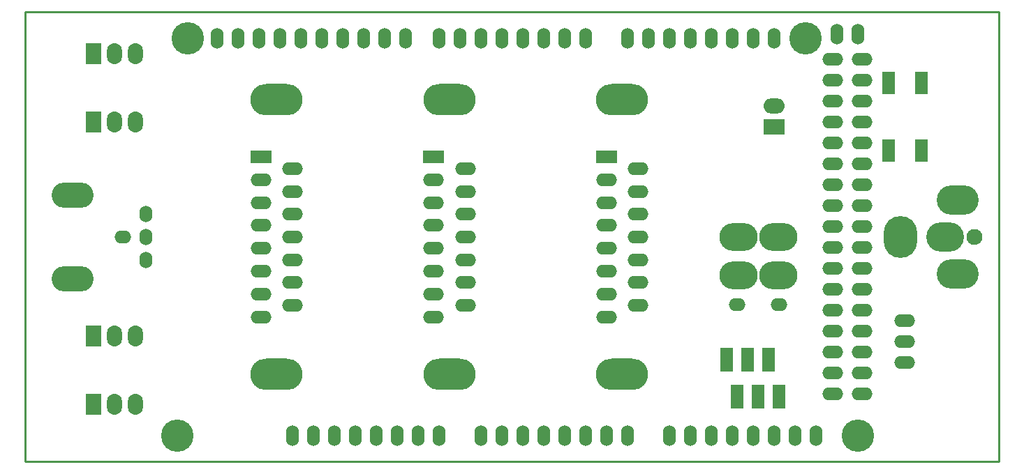
<source format=gts>
G04 #@! TF.FileFunction,Soldermask,Top*
%FSLAX46Y46*%
G04 Gerber Fmt 4.6, Leading zero omitted, Abs format (unit mm)*
G04 Created by KiCad (PCBNEW 0.201508100901+6080~28~ubuntu14.04.1-product) date Mon 10 Aug 2015 02:14:21 PM EDT*
%MOMM*%
G01*
G04 APERTURE LIST*
%ADD10C,0.100000*%
%ADD11C,0.228600*%
%ADD12O,1.854200X2.540000*%
%ADD13R,1.854200X2.540000*%
%ADD14R,1.590040X2.667000*%
%ADD15C,1.930400*%
%ADD16O,4.572000X3.556000*%
%ADD17O,4.064000X5.080000*%
%ADD18O,5.080000X3.556000*%
%ADD19O,2.540000X1.524000*%
%ADD20C,3.937000*%
%ADD21O,1.524000X2.540000*%
%ADD22O,6.350000X3.810000*%
%ADD23R,2.540000X1.524000*%
%ADD24R,1.498600X2.997200*%
%ADD25O,2.540000X1.854200*%
%ADD26R,2.540000X1.854200*%
%ADD27O,5.080000X3.048000*%
%ADD28O,2.032000X1.524000*%
%ADD29O,1.524000X2.032000*%
%ADD30O,4.648200X3.378200*%
G04 APERTURE END LIST*
D10*
D11*
X211455000Y-75565000D02*
X93345000Y-75565000D01*
X211455000Y-130175000D02*
X211455000Y-75565000D01*
X93345000Y-130175000D02*
X211455000Y-130175000D01*
X93345000Y-75565000D02*
X93345000Y-130175000D01*
D12*
X104140000Y-123190000D03*
X106680000Y-123190000D03*
D13*
X101600000Y-123190000D03*
D14*
X198026020Y-84137500D03*
X198026020Y-92392500D03*
X202023980Y-84137500D03*
X202023980Y-92392500D03*
D15*
X208457800Y-102870000D03*
D16*
X204952600Y-102870000D03*
D17*
X199466200Y-102870000D03*
D18*
X206451200Y-98374200D03*
X206451200Y-107365800D03*
D19*
X200025000Y-115570000D03*
X200025000Y-118110000D03*
X200025000Y-113030000D03*
D20*
X111760000Y-127000000D03*
X113030000Y-78740000D03*
X194310000Y-127000000D03*
X187960000Y-78740000D03*
D21*
X125730000Y-127000000D03*
X128270000Y-127000000D03*
X130810000Y-127000000D03*
X133350000Y-127000000D03*
X135890000Y-127000000D03*
X138430000Y-127000000D03*
X140970000Y-127000000D03*
X143510000Y-127000000D03*
X148590000Y-127000000D03*
X151130000Y-127000000D03*
X153670000Y-127000000D03*
X156210000Y-127000000D03*
X158750000Y-127000000D03*
X161290000Y-127000000D03*
X163830000Y-127000000D03*
X166370000Y-127000000D03*
X171450000Y-127000000D03*
X173990000Y-127000000D03*
X176530000Y-127000000D03*
X179070000Y-127000000D03*
X181610000Y-127000000D03*
X184150000Y-127000000D03*
X186690000Y-127000000D03*
X189230000Y-127000000D03*
X116586000Y-78740000D03*
X119126000Y-78740000D03*
X121666000Y-78740000D03*
X124206000Y-78740000D03*
X126746000Y-78740000D03*
X129286000Y-78740000D03*
X131826000Y-78740000D03*
X134366000Y-78740000D03*
X136906000Y-78740000D03*
X139446000Y-78740000D03*
X143510000Y-78740000D03*
X161290000Y-78740000D03*
X158750000Y-78740000D03*
X156210000Y-78740000D03*
X153670000Y-78740000D03*
X151130000Y-78740000D03*
X148590000Y-78740000D03*
X146050000Y-78740000D03*
X166370000Y-78740000D03*
X168910000Y-78740000D03*
X171450000Y-78740000D03*
X173990000Y-78740000D03*
X176530000Y-78740000D03*
X179070000Y-78740000D03*
X181610000Y-78740000D03*
X184150000Y-78740000D03*
X191770000Y-78232000D03*
X194310000Y-78232000D03*
D19*
X191262000Y-81280000D03*
X194818000Y-81280000D03*
X191262000Y-83820000D03*
X194818000Y-83820000D03*
X191262000Y-86360000D03*
X194818000Y-86360000D03*
X191262000Y-88900000D03*
X194818000Y-88900000D03*
X191262000Y-91440000D03*
X194818000Y-91440000D03*
X191262000Y-93980000D03*
X194818000Y-93980000D03*
X191262000Y-96520000D03*
X194818000Y-96520000D03*
X191262000Y-99060000D03*
X194818000Y-99060000D03*
X191262000Y-101600000D03*
X194818000Y-101600000D03*
X191262000Y-104140000D03*
X194818000Y-104140000D03*
X191262000Y-106680000D03*
X194818000Y-106680000D03*
X191262000Y-109220000D03*
X194818000Y-109220000D03*
X191262000Y-111760000D03*
X194818000Y-111760000D03*
X191262000Y-114300000D03*
X194818000Y-114300000D03*
X191262000Y-116840000D03*
X194818000Y-116840000D03*
X191262000Y-119380000D03*
X194818000Y-119380000D03*
X191262000Y-121920000D03*
X194818000Y-121920000D03*
D22*
X123825000Y-119532400D03*
X123825000Y-86207600D03*
D19*
X121897140Y-112572800D03*
X121897140Y-109804200D03*
X121897140Y-107035600D03*
X121897140Y-104267000D03*
X121897140Y-101473000D03*
X121897140Y-98704400D03*
X121897140Y-95935800D03*
D23*
X121897140Y-93167200D03*
D19*
X125752860Y-111175800D03*
X125752860Y-108407200D03*
X125752860Y-105638600D03*
X125752860Y-102870000D03*
X125752860Y-100101400D03*
X125752860Y-97332800D03*
X125752860Y-94564200D03*
D22*
X144780000Y-119532400D03*
X144780000Y-86207600D03*
D19*
X142852140Y-112572800D03*
X142852140Y-109804200D03*
X142852140Y-107035600D03*
X142852140Y-104267000D03*
X142852140Y-101473000D03*
X142852140Y-98704400D03*
X142852140Y-95935800D03*
D23*
X142852140Y-93167200D03*
D19*
X146707860Y-111175800D03*
X146707860Y-108407200D03*
X146707860Y-105638600D03*
X146707860Y-102870000D03*
X146707860Y-100101400D03*
X146707860Y-97332800D03*
X146707860Y-94564200D03*
D22*
X165735000Y-119532400D03*
X165735000Y-86207600D03*
D19*
X163807140Y-112572800D03*
X163807140Y-109804200D03*
X163807140Y-107035600D03*
X163807140Y-104267000D03*
X163807140Y-101473000D03*
X163807140Y-98704400D03*
X163807140Y-95935800D03*
D23*
X163807140Y-93167200D03*
D19*
X167662860Y-111175800D03*
X167662860Y-108407200D03*
X167662860Y-105638600D03*
X167662860Y-102870000D03*
X167662860Y-100101400D03*
X167662860Y-97332800D03*
X167662860Y-94564200D03*
D12*
X104140000Y-80645000D03*
X106680000Y-80645000D03*
D13*
X101600000Y-80645000D03*
D12*
X104140000Y-88900000D03*
X106680000Y-88900000D03*
D13*
X101600000Y-88900000D03*
D24*
X178435000Y-117754400D03*
X179705000Y-122275600D03*
X180975000Y-117754400D03*
X182245000Y-122275600D03*
X183515000Y-117754400D03*
X184785000Y-122275600D03*
D25*
X184150000Y-86995000D03*
D26*
X184150000Y-89535000D03*
D12*
X104140000Y-114935000D03*
X106680000Y-114935000D03*
D13*
X101600000Y-114935000D03*
D27*
X99060000Y-107950000D03*
X99060000Y-97790000D03*
D28*
X105156000Y-102870000D03*
D29*
X107950000Y-102870000D03*
X107950000Y-100076000D03*
X107950000Y-105664000D03*
D30*
X179844700Y-107569000D03*
X179844700Y-102870000D03*
X184645300Y-102870000D03*
X184645300Y-107569000D03*
D28*
X184785000Y-111125000D03*
X179705000Y-111125000D03*
M02*

</source>
